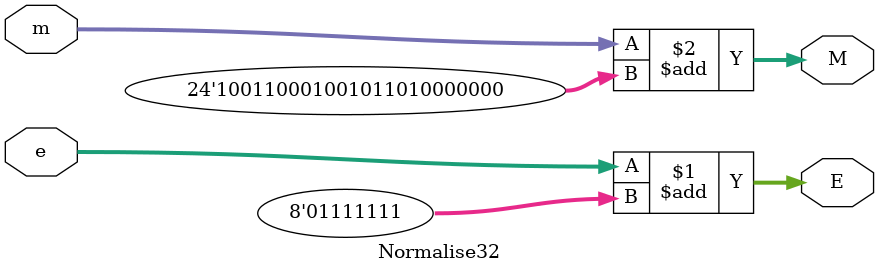
<source format=v>

module Normalise32 ( input wire [23:0] m, input wire[7:0] e, output wire [7:0] E, output wire [23:0] M);
	
	assign E = e + 8'd127;
	assign M = m + 24'd10000000;

endmodule	

</source>
